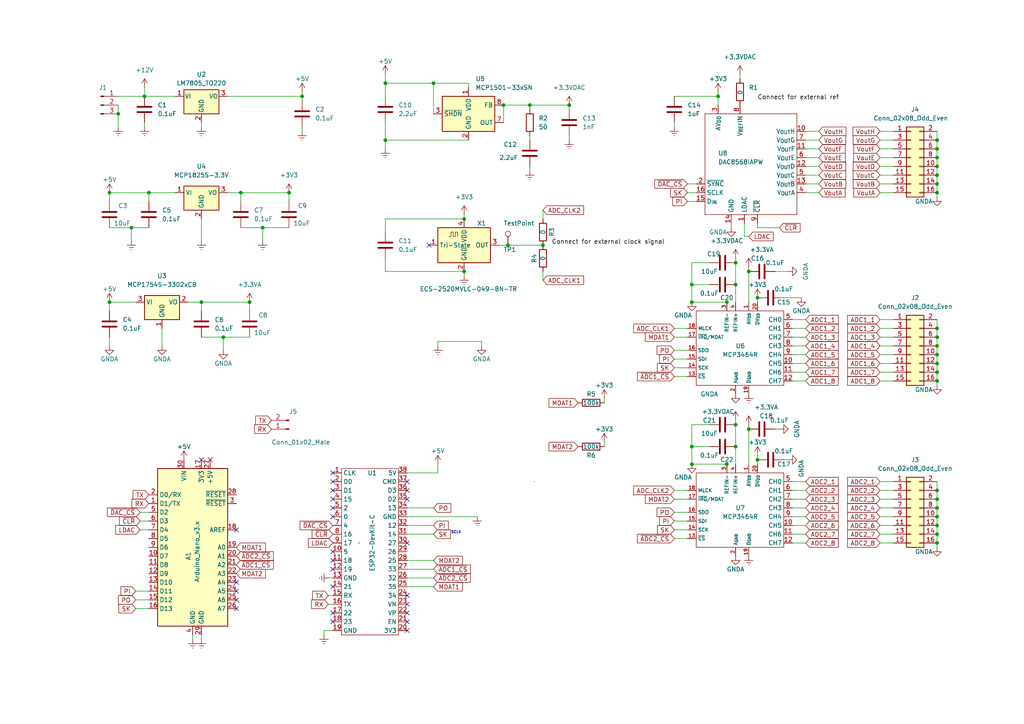
<source format=kicad_sch>
(kicad_sch (version 20211123) (generator eeschema)
  (paper "A4")
  (title_block (title "S.H.V.R.I.M.P.S.    16 channels data acquisition device") (date "2022-07-07") (rev "3"))
  (junction (at 210.82 87.63))
  (junction (at 219.71 86.36))
  (junction (at 64.77 97.79))
  (junction (at 69.85 55.88))
  (junction (at 147.32 71.12))
  (junction (at 219.71 133.35))
  (junction (at 58.42 87.63))
  (junction (at 111.76 24.13))
  (junction (at 38.1 66.04))
  (junction (at 213.36 76.2))
  (junction (at 271.78 53.34))
  (junction (at 271.78 40.64))
  (junction (at 271.78 147.32))
  (junction (at 208.28 27.94))
  (junction (at 31.75 87.63))
  (junction (at 271.78 48.26))
  (junction (at 271.78 45.72))
  (junction (at 271.78 95.25))
  (junction (at 165.1 30.48))
  (junction (at 157.48 71.12))
  (junction (at 271.78 152.4))
  (junction (at 125.73 24.13))
  (junction (at 271.78 142.24))
  (junction (at 76.2 66.04))
  (junction (at 271.78 50.8))
  (junction (at 271.78 97.79))
  (junction (at 271.78 157.48))
  (junction (at 200.66 129.54))
  (junction (at 210.82 134.62))
  (junction (at 271.78 105.41))
  (junction (at 217.17 124.46))
  (junction (at 43.18 55.88))
  (junction (at 134.62 63.5))
  (junction (at 72.39 87.63))
  (junction (at 153.67 30.48))
  (junction (at 200.66 87.63))
  (junction (at 213.36 82.55))
  (junction (at 200.66 82.55))
  (junction (at 41.91 27.94))
  (junction (at 271.78 154.94))
  (junction (at 271.78 110.49))
  (junction (at 31.75 55.88))
  (junction (at 271.78 107.95))
  (junction (at 271.78 55.88))
  (junction (at 271.78 102.87))
  (junction (at 111.76 40.64))
  (junction (at 134.62 78.74))
  (junction (at 200.66 134.62))
  (junction (at 213.36 129.54))
  (junction (at 34.29 33.02))
  (junction (at 213.36 123.19))
  (junction (at 271.78 43.18))
  (junction (at 271.78 100.33))
  (junction (at 271.78 144.78))
  (junction (at 87.63 27.94))
  (junction (at 83.82 55.88))
  (junction (at 217.17 78.74))
  (junction (at 271.78 149.86))
  (junction (at 146.05 30.48))
  (no_connect (at 68.58 153.67))
  (no_connect (at 60.96 133.35))
  (no_connect (at 58.42 133.35))
  (no_connect (at 96.52 137.16))
  (no_connect (at 96.52 142.24))
  (no_connect (at 96.52 177.8))
  (no_connect (at 96.52 180.34))
  (no_connect (at 118.11 180.34))
  (no_connect (at 118.11 177.8))
  (no_connect (at 96.52 165.1))
  (no_connect (at 96.52 160.02))
  (no_connect (at 96.52 170.18))
  (no_connect (at 96.52 162.56))
  (no_connect (at 96.52 147.32))
  (no_connect (at 96.52 149.86))
  (no_connect (at 96.52 139.7))
  (no_connect (at 96.52 144.78))
  (no_connect (at 68.58 168.91))
  (no_connect (at 68.58 173.99))
  (no_connect (at 118.11 139.7))
  (no_connect (at 118.11 142.24))
  (no_connect (at 118.11 144.78))
  (no_connect (at 68.58 176.53))
  (no_connect (at 118.11 172.72))
  (no_connect (at 118.11 175.26))
  (no_connect (at 118.11 182.88))
  (no_connect (at 124.46 71.12))
  (no_connect (at 118.11 157.48))
  (no_connect (at 68.58 171.45))
  (wire (pts (xy 259.08 92.71) (xy 255.27 92.71)))
  (wire (pts (xy 271.78 55.88) (xy 271.78 57.15)))
  (wire (pts (xy 195.58 151.13) (xy 199.39 151.13)))
  (wire (pts (xy 93.98 182.88) (xy 93.98 184.15)))
  (wire (pts (xy 229.87 97.79) (xy 233.68 97.79)))
  (wire (pts (xy 175.26 128.27) (xy 175.26 129.54)))
  (wire (pts (xy 83.82 55.88) (xy 69.85 55.88)))
  (wire (pts (xy 271.78 110.49) (xy 271.78 111.76)))
  (wire (pts (xy 229.87 110.49) (xy 233.68 110.49)))
  (wire (pts (xy 229.87 152.4) (xy 233.68 152.4)))
  (wire (pts (xy 139.7 100.33) (xy 139.7 99.06)))
  (wire (pts (xy 83.82 58.42) (xy 83.82 55.88)))
  (wire (pts (xy 200.66 87.63) (xy 210.82 87.63)))
  (wire (pts (xy 259.08 142.24) (xy 255.27 142.24)))
  (wire (pts (xy 259.08 157.48) (xy 255.27 157.48)))
  (wire (pts (xy 226.06 124.46) (xy 224.79 124.46)))
  (wire (pts (xy 233.68 38.1) (xy 237.49 38.1)))
  (wire (pts (xy 175.26 115.57) (xy 175.26 116.84)))
  (wire (pts (xy 229.87 147.32) (xy 233.68 147.32)))
  (wire (pts (xy 259.08 149.86) (xy 255.27 149.86)))
  (wire (pts (xy 125.73 24.13) (xy 125.73 33.02)))
  (wire (pts (xy 31.75 55.88) (xy 31.75 58.42)))
  (wire (pts (xy 55.88 184.15) (xy 55.88 185.42)))
  (wire (pts (xy 87.63 27.94) (xy 87.63 29.21)))
  (wire (pts (xy 87.63 26.67) (xy 87.63 27.94)))
  (wire (pts (xy 271.78 95.25) (xy 271.78 97.79)))
  (wire (pts (xy 259.08 50.8) (xy 255.27 50.8)))
  (wire (pts (xy 46.99 95.25) (xy 46.99 100.33)))
  (wire (pts (xy 31.75 87.63) (xy 31.75 90.17)))
  (wire (pts (xy 41.91 35.56) (xy 41.91 36.83)))
  (wire (pts (xy 259.08 95.25) (xy 255.27 95.25)))
  (wire (pts (xy 259.08 144.78) (xy 255.27 144.78)))
  (wire (pts (xy 271.78 102.87) (xy 271.78 105.41)))
  (wire (pts (xy 127 137.16) (xy 127 134.62)))
  (wire (pts (xy 195.58 95.25) (xy 199.39 95.25)))
  (wire (pts (xy 233.68 40.64) (xy 237.49 40.64)))
  (wire (pts (xy 271.78 97.79) (xy 271.78 100.33)))
  (wire (pts (xy 229.87 92.71) (xy 233.68 92.71)))
  (wire (pts (xy 271.78 139.7) (xy 271.78 142.24)))
  (wire (pts (xy 118.11 170.18) (xy 125.73 170.18)))
  (wire (pts (xy 69.85 55.88) (xy 66.04 55.88)))
  (wire (pts (xy 134.62 80.01) (xy 134.62 78.74)))
  (wire (pts (xy 259.08 147.32) (xy 255.27 147.32)))
  (wire (pts (xy 200.66 123.19) (xy 205.74 123.19)))
  (wire (pts (xy 135.89 24.13) (xy 125.73 24.13)))
  (wire (pts (xy 195.58 35.56) (xy 195.58 36.83)))
  (wire (pts (xy 43.18 55.88) (xy 43.18 58.42)))
  (wire (pts (xy 41.91 27.94) (xy 50.8 27.94)))
  (wire (pts (xy 271.78 38.1) (xy 271.78 40.64)))
  (wire (pts (xy 271.78 100.33) (xy 271.78 102.87)))
  (wire (pts (xy 271.78 154.94) (xy 271.78 157.48)))
  (wire (pts (xy 259.08 40.64) (xy 255.27 40.64)))
  (wire (pts (xy 259.08 97.79) (xy 255.27 97.79)))
  (wire (pts (xy 259.08 38.1) (xy 255.27 38.1)))
  (wire (pts (xy 66.04 27.94) (xy 87.63 27.94)))
  (wire (pts (xy 58.42 35.56) (xy 58.42 36.83)))
  (wire (pts (xy 259.08 110.49) (xy 255.27 110.49)))
  (wire (pts (xy 219.71 133.35) (xy 219.71 134.62)))
  (wire (pts (xy 125.73 24.13) (xy 111.76 24.13)))
  (wire (pts (xy 271.78 53.34) (xy 271.78 55.88)))
  (wire (pts (xy 69.85 66.04) (xy 76.2 66.04)))
  (wire (pts (xy 118.11 165.1) (xy 125.73 165.1)))
  (wire (pts (xy 96.52 182.88) (xy 93.98 182.88)))
  (wire (pts (xy 259.08 154.94) (xy 255.27 154.94)))
  (wire (pts (xy 34.29 33.02) (xy 34.29 36.83)))
  (wire (pts (xy 200.66 129.54) (xy 200.66 134.62)))
  (wire (pts (xy 259.08 105.41) (xy 255.27 105.41)))
  (wire (pts (xy 111.76 78.74) (xy 134.62 78.74)))
  (wire (pts (xy 153.67 48.26) (xy 153.67 49.53)))
  (wire (pts (xy 165.1 39.37) (xy 165.1 40.64)))
  (wire (pts (xy 195.58 101.6) (xy 199.39 101.6)))
  (wire (pts (xy 271.78 50.8) (xy 271.78 53.34)))
  (wire (pts (xy 200.66 82.55) (xy 200.66 87.63)))
  (wire (pts (xy 214.63 21.59) (xy 214.63 22.86)))
  (wire (pts (xy 134.62 62.23) (xy 134.62 63.5)))
  (wire (pts (xy 195.58 97.79) (xy 199.39 97.79)))
  (wire (pts (xy 259.08 48.26) (xy 255.27 48.26)))
  (wire (pts (xy 229.87 157.48) (xy 233.68 157.48)))
  (wire (pts (xy 58.42 63.5) (xy 58.42 69.85)))
  (wire (pts (xy 210.82 88.9) (xy 210.82 87.63)))
  (wire (pts (xy 229.87 154.94) (xy 233.68 154.94)))
  (wire (pts (xy 76.2 66.04) (xy 83.82 66.04)))
  (wire (pts (xy 69.85 55.88) (xy 69.85 58.42)))
  (wire (pts (xy 228.6 78.74) (xy 224.79 78.74)))
  (wire (pts (xy 219.71 86.36) (xy 219.71 87.63)))
  (wire (pts (xy 271.78 152.4) (xy 271.78 154.94)))
  (wire (pts (xy 213.36 123.19) (xy 213.36 129.54)))
  (wire (pts (xy 72.39 90.17) (xy 72.39 87.63)))
  (wire (pts (xy 213.36 129.54) (xy 213.36 134.62)))
  (wire (pts (xy 157.48 81.28) (xy 157.48 78.74)))
  (wire (pts (xy 208.28 27.94) (xy 208.28 30.48)))
  (wire (pts (xy 195.58 153.67) (xy 199.39 153.67)))
  (wire (pts (xy 259.08 45.72) (xy 255.27 45.72)))
  (wire (pts (xy 271.78 147.32) (xy 271.78 149.86)))
  (wire (pts (xy 229.87 107.95) (xy 233.68 107.95)))
  (wire (pts (xy 118.11 149.86) (xy 138.43 149.86)))
  (wire (pts (xy 58.42 184.15) (xy 58.42 185.42)))
  (wire (pts (xy 195.58 148.59) (xy 199.39 148.59)))
  (wire (pts (xy 219.71 132.08) (xy 219.71 133.35)))
  (wire (pts (xy 135.89 25.4) (xy 135.89 24.13)))
  (wire (pts (xy 210.82 135.89) (xy 210.82 134.62)))
  (wire (pts (xy 40.64 153.67) (xy 43.18 153.67)))
  (wire (pts (xy 233.68 48.26) (xy 237.49 48.26)))
  (wire (pts (xy 217.17 77.47) (xy 217.17 78.74)))
  (wire (pts (xy 146.05 30.48) (xy 146.05 35.56)))
  (wire (pts (xy 125.73 162.56) (xy 118.11 162.56)))
  (wire (pts (xy 233.68 50.8) (xy 237.49 50.8)))
  (wire (pts (xy 219.71 66.04) (xy 219.71 64.77)))
  (wire (pts (xy 153.67 31.75) (xy 153.67 30.48)))
  (wire (pts (xy 39.37 87.63) (xy 31.75 87.63)))
  (wire (pts (xy 229.87 149.86) (xy 233.68 149.86)))
  (wire (pts (xy 31.75 66.04) (xy 38.1 66.04)))
  (wire (pts (xy 259.08 107.95) (xy 255.27 107.95)))
  (wire (pts (xy 200.66 123.19) (xy 200.66 129.54)))
  (wire (pts (xy 199.39 55.88) (xy 201.93 55.88)))
  (wire (pts (xy 111.76 24.13) (xy 111.76 21.59)))
  (wire (pts (xy 217.17 78.74) (xy 217.17 87.63)))
  (wire (pts (xy 111.76 67.31) (xy 111.76 63.5)))
  (wire (pts (xy 229.87 105.41) (xy 233.68 105.41)))
  (wire (pts (xy 58.42 87.63) (xy 54.61 87.63)))
  (wire (pts (xy 127 99.06) (xy 127 100.33)))
  (wire (pts (xy 200.66 76.2) (xy 200.66 82.55)))
  (wire (pts (xy 271.78 48.26) (xy 271.78 50.8)))
  (wire (pts (xy 195.58 27.94) (xy 208.28 27.94)))
  (wire (pts (xy 87.63 36.83) (xy 87.63 38.1)))
  (wire (pts (xy 38.1 66.04) (xy 38.1 69.85)))
  (wire (pts (xy 153.67 39.37) (xy 153.67 40.64)))
  (wire (pts (xy 271.78 45.72) (xy 271.78 48.26)))
  (wire (pts (xy 229.87 100.33) (xy 233.68 100.33)))
  (wire (pts (xy 259.08 53.34) (xy 255.27 53.34)))
  (wire (pts (xy 213.36 74.93) (xy 213.36 76.2)))
  (wire (pts (xy 147.32 71.12) (xy 157.48 71.12)))
  (wire (pts (xy 39.37 171.45) (xy 43.18 171.45)))
  (wire (pts (xy 226.06 66.04) (xy 219.71 66.04)))
  (wire (pts (xy 208.28 26.67) (xy 208.28 27.94)))
  (wire (pts (xy 233.68 43.18) (xy 237.49 43.18)))
  (wire (pts (xy 229.87 95.25) (xy 233.68 95.25)))
  (wire (pts (xy 111.76 43.18) (xy 111.76 40.64)))
  (wire (pts (xy 111.76 63.5) (xy 134.62 63.5)))
  (wire (pts (xy 111.76 24.13) (xy 111.76 27.94)))
  (wire (pts (xy 118.11 147.32) (xy 125.73 147.32)))
  (wire (pts (xy 118.11 154.94) (xy 125.73 154.94)))
  (wire (pts (xy 200.66 134.62) (xy 210.82 134.62)))
  (wire (pts (xy 144.78 71.12) (xy 147.32 71.12)))
  (wire (pts (xy 41.91 25.4) (xy 41.91 27.94)))
  (wire (pts (xy 271.78 40.64) (xy 271.78 43.18)))
  (wire (pts (xy 259.08 102.87) (xy 255.27 102.87)))
  (wire (pts (xy 38.1 66.04) (xy 43.18 66.04)))
  (wire (pts (xy 233.68 55.88) (xy 237.49 55.88)))
  (wire (pts (xy 229.87 144.78) (xy 233.68 144.78)))
  (wire (pts (xy 76.2 66.04) (xy 76.2 69.85)))
  (wire (pts (xy 31.75 97.79) (xy 31.75 100.33)))
  (wire (pts (xy 271.78 149.86) (xy 271.78 152.4)))
  (wire (pts (xy 39.37 173.99) (xy 43.18 173.99)))
  (wire (pts (xy 95.25 172.72) (xy 96.52 172.72)))
  (wire (pts (xy 95.25 167.64) (xy 96.52 167.64)))
  (wire (pts (xy 200.66 82.55) (xy 205.74 82.55)))
  (wire (pts (xy 217.17 124.46) (xy 217.17 134.62)))
  (wire (pts (xy 34.29 30.48) (xy 34.29 33.02)))
  (wire (pts (xy 271.78 157.48) (xy 271.78 158.75)))
  (wire (pts (xy 199.39 53.34) (xy 201.93 53.34)))
  (wire (pts (xy 34.29 27.94) (xy 41.91 27.94)))
  (wire (pts (xy 118.11 167.64) (xy 125.73 167.64)))
  (wire (pts (xy 111.76 40.64) (xy 111.76 35.56)))
  (wire (pts (xy 271.78 144.78) (xy 271.78 147.32)))
  (wire (pts (xy 118.11 137.16) (xy 127 137.16)))
  (wire (pts (xy 271.78 92.71) (xy 271.78 95.25)))
  (wire (pts (xy 195.58 106.68) (xy 199.39 106.68)))
  (wire (pts (xy 259.08 55.88) (xy 255.27 55.88)))
  (wire (pts (xy 58.42 87.63) (xy 58.42 90.17)))
  (wire (pts (xy 39.37 176.53) (xy 43.18 176.53)))
  (wire (pts (xy 229.87 139.7) (xy 233.68 139.7)))
  (wire (pts (xy 199.39 58.42) (xy 201.93 58.42)))
  (wire (pts (xy 271.78 107.95) (xy 271.78 110.49)))
  (wire (pts (xy 200.66 129.54) (xy 205.74 129.54)))
  (wire (pts (xy 195.58 109.22) (xy 199.39 109.22)))
  (wire (pts (xy 212.09 64.77) (xy 212.09 66.04)))
  (wire (pts (xy 64.77 97.79) (xy 64.77 101.6)))
  (wire (pts (xy 135.89 40.64) (xy 111.76 40.64)))
  (wire (pts (xy 195.58 104.14) (xy 199.39 104.14)))
  (wire (pts (xy 233.68 45.72) (xy 237.49 45.72)))
  (wire (pts (xy 259.08 43.18) (xy 255.27 43.18)))
  (wire (pts (xy 50.8 55.88) (xy 43.18 55.88)))
  (wire (pts (xy 271.78 142.24) (xy 271.78 144.78)))
  (wire (pts (xy 271.78 43.18) (xy 271.78 45.72)))
  (wire (pts (xy 195.58 142.24) (xy 199.39 142.24)))
  (wire (pts (xy 153.67 30.48) (xy 165.1 30.48)))
  (wire (pts (xy 259.08 152.4) (xy 255.27 152.4)))
  (wire (pts (xy 95.25 175.26) (xy 96.52 175.26)))
  (wire (pts (xy 215.9 68.58) (xy 217.17 68.58)))
  (wire (pts (xy 229.87 142.24) (xy 233.68 142.24)))
  (wire (pts (xy 118.11 152.4) (xy 125.73 152.4)))
  (wire (pts (xy 233.68 53.34) (xy 237.49 53.34)))
  (wire (pts (xy 271.78 105.41) (xy 271.78 107.95)))
  (wire (pts (xy 217.17 123.19) (xy 217.17 124.46)))
  (wire (pts (xy 111.76 74.93) (xy 111.76 78.74)))
  (wire (pts (xy 195.58 156.21) (xy 199.39 156.21)))
  (wire (pts (xy 229.87 102.87) (xy 233.68 102.87)))
  (wire (pts (xy 58.42 97.79) (xy 64.77 97.79)))
  (wire (pts (xy 213.36 121.92) (xy 213.36 123.19)))
  (wire (pts (xy 72.39 87.63) (xy 58.42 87.63)))
  (wire (pts (xy 127 99.06) (xy 139.7 99.06)))
  (wire (pts (xy 165.1 30.48) (xy 165.1 31.75)))
  (wire (pts (xy 157.48 60.96) (xy 157.48 63.5)))
  (wire (pts (xy 40.64 148.59) (xy 43.18 148.59)))
  (wire (pts (xy 64.77 97.79) (xy 72.39 97.79)))
  (wire (pts (xy 153.67 30.48) (xy 146.05 30.48)))
  (wire (pts (xy 43.18 55.88) (xy 31.75 55.88)))
  (wire (pts (xy 228.6 133.35) (xy 227.33 133.35)))
  (wire (pts (xy 227.33 86.36) (xy 232.41 86.36)))
  (wire (pts (xy 259.08 139.7) (xy 255.27 139.7)))
  (wire (pts (xy 213.36 76.2) (xy 213.36 82.55)))
  (wire (pts (xy 195.58 144.78) (xy 199.39 144.78)))
  (wire (pts (xy 213.36 82.55) (xy 213.36 87.63)))
  (wire (pts (xy 215.9 64.77) (xy 215.9 68.58)))
  (wire (pts (xy 259.08 100.33) (xy 255.27 100.33)))
  (wire (pts (xy 200.66 76.2) (xy 205.74 76.2)))
  (wire (pts (xy 40.64 151.13) (xy 43.18 151.13)))
  (text "SCLK" (at 130.81 154.94 0) (effects (font (size 0.762 0.762)) (justify left bottom)))
  (label "Connect for external ref" (at 219.71 29.21 0))
  (label "Connect for external clock signal " (at 160.02 71.12 0))
  (global_label "PI" (shape input) (at 39.37 171.45 180) (property "Intersheet References" "${INTERSHEET_REFS}" (effects hide)))
  (global_label "ADC2_7" (shape input) (at 233.68 154.94 0) (property "Intersheet References" "${INTERSHEET_REFS}" (effects hide)))
  (global_label "PI" (shape input) (at 199.39 58.42 180) (property "Intersheet References" "${INTERSHEET_REFS}" (effects hide)))
  (global_label "ADC_CLK1" (shape input) (at 157.48 81.28 0) (property "Intersheet References" "${INTERSHEET_REFS}" (effects hide)))
  (global_label "SK" (shape input) (at 195.58 153.67 180) (property "Intersheet References" "${INTERSHEET_REFS}" (effects hide)))
  (global_label "MDAT2" (shape input) (at 167.64 129.54 180) (property "Intersheet References" "${INTERSHEET_REFS}" (effects hide)))
  (global_label "ADC1_2" (shape input) (at 255.27 95.25 180) (property "Intersheet References" "${INTERSHEET_REFS}" (effects hide)))
  (global_label "~{ADC2_CS}" (shape input) (at 125.73 167.64 0) (property "Intersheet References" "${INTERSHEET_REFS}" (effects hide)))
  (global_label "VoutD" (shape input) (at 255.27 48.26 180) (property "Intersheet References" "${INTERSHEET_REFS}" (effects hide)))
  (global_label "PI" (shape input) (at 195.58 104.14 180) (property "Intersheet References" "${INTERSHEET_REFS}" (effects hide)))
  (global_label "SK" (shape input) (at 199.39 55.88 180) (property "Intersheet References" "${INTERSHEET_REFS}" (effects hide)))
  (global_label "ADC2_1" (shape input) (at 255.27 139.7 180) (property "Intersheet References" "${INTERSHEET_REFS}" (effects hide)))
  (global_label "SK" (shape input) (at 125.73 154.94 0) (property "Intersheet References" "${INTERSHEET_REFS}" (effects hide)))
  (global_label "MDAT1" (shape input) (at 167.64 116.84 180) (property "Intersheet References" "${INTERSHEET_REFS}" (effects hide)))
  (global_label "ADC1_2" (shape input) (at 233.68 95.25 0) (property "Intersheet References" "${INTERSHEET_REFS}" (effects hide)))
  (global_label "VoutH" (shape input) (at 237.49 38.1 0) (property "Intersheet References" "${INTERSHEET_REFS}" (effects hide)))
  (global_label "ADC1_7" (shape input) (at 233.68 107.95 0) (property "Intersheet References" "${INTERSHEET_REFS}" (effects hide)))
  (global_label "~{DAC_CS}" (shape input) (at 199.39 53.34 180) (property "Intersheet References" "${INTERSHEET_REFS}" (effects hide)))
  (global_label "PO" (shape input) (at 195.58 101.6 180) (property "Intersheet References" "${INTERSHEET_REFS}" (effects hide)))
  (global_label "ADC2_3" (shape input) (at 233.68 144.78 0) (property "Intersheet References" "${INTERSHEET_REFS}" (effects hide)))
  (global_label "ADC1_5" (shape input) (at 255.27 102.87 180) (property "Intersheet References" "${INTERSHEET_REFS}" (effects hide)))
  (global_label "~{ADC2_CS}" (shape input) (at 68.58 161.29 0) (property "Intersheet References" "${INTERSHEET_REFS}" (effects hide)))
  (global_label "ADC2_4" (shape input) (at 233.68 147.32 0) (property "Intersheet References" "${INTERSHEET_REFS}" (effects hide)))
  (global_label "ADC2_7" (shape input) (at 255.27 154.94 180) (property "Intersheet References" "${INTERSHEET_REFS}" (effects hide)))
  (global_label "ADC2_6" (shape input) (at 255.27 152.4 180) (property "Intersheet References" "${INTERSHEET_REFS}" (effects hide)))
  (global_label "ADC1_6" (shape input) (at 233.68 105.41 0) (property "Intersheet References" "${INTERSHEET_REFS}" (effects hide)))
  (global_label "ADC_CLK1" (shape input) (at 195.58 95.25 180) (property "Intersheet References" "${INTERSHEET_REFS}" (effects hide)))
  (global_label "~{DAC_CS}" (shape input) (at 96.52 152.4 180) (property "Intersheet References" "${INTERSHEET_REFS}" (effects hide)))
  (global_label "~{DAC_CS}" (shape input) (at 40.64 148.59 180) (property "Intersheet References" "${INTERSHEET_REFS}" (effects hide)))
  (global_label "ADC1_8" (shape input) (at 233.68 110.49 0) (property "Intersheet References" "${INTERSHEET_REFS}" (effects hide)))
  (global_label "ADC2_2" (shape input) (at 233.68 142.24 0) (property "Intersheet References" "${INTERSHEET_REFS}" (effects hide)))
  (global_label "MDAT2" (shape input) (at 125.73 162.56 0) (property "Intersheet References" "${INTERSHEET_REFS}" (effects hide)))
  (global_label "RX" (shape input) (at 43.18 146.05 180) (property "Intersheet References" "${INTERSHEET_REFS}" (effects hide)))
  (global_label "MDAT1" (shape input) (at 125.73 170.18 0) (property "Intersheet References" "${INTERSHEET_REFS}" (effects hide)))
  (global_label "TX" (shape input) (at 43.18 143.51 180) (property "Intersheet References" "${INTERSHEET_REFS}" (effects hide)))
  (global_label "SK" (shape input) (at 195.58 106.68 180) (property "Intersheet References" "${INTERSHEET_REFS}" (effects hide)))
  (global_label "~{ADC2_CS}" (shape input) (at 195.58 156.21 180) (property "Intersheet References" "${INTERSHEET_REFS}" (effects hide)))
  (global_label "ADC1_1" (shape input) (at 255.27 92.71 180) (property "Intersheet References" "${INTERSHEET_REFS}" (effects hide)))
  (global_label "VoutD" (shape input) (at 237.49 48.26 0) (property "Intersheet References" "${INTERSHEET_REFS}" (effects hide)))
  (global_label "ADC2_5" (shape input) (at 233.68 149.86 0) (property "Intersheet References" "${INTERSHEET_REFS}" (effects hide)))
  (global_label "ADC2_4" (shape input) (at 255.27 147.32 180) (property "Intersheet References" "${INTERSHEET_REFS}" (effects hide)))
  (global_label "VoutF" (shape input) (at 255.27 43.18 180) (property "Intersheet References" "${INTERSHEET_REFS}" (effects hide)))
  (global_label "ADC1_3" (shape input) (at 255.27 97.79 180) (property "Intersheet References" "${INTERSHEET_REFS}" (effects hide)))
  (global_label "MDAT1" (shape input) (at 195.58 97.79 180) (property "Intersheet References" "${INTERSHEET_REFS}" (effects hide)))
  (global_label "VoutA" (shape input) (at 237.49 55.88 0) (property "Intersheet References" "${INTERSHEET_REFS}" (effects hide)))
  (global_label "ADC2_8" (shape input) (at 233.68 157.48 0) (property "Intersheet References" "${INTERSHEET_REFS}" (effects hide)))
  (global_label "ADC1_4" (shape input) (at 233.68 100.33 0) (property "Intersheet References" "${INTERSHEET_REFS}" (effects hide)))
  (global_label "~{CLR}" (shape input) (at 40.64 151.13 180) (property "Intersheet References" "${INTERSHEET_REFS}" (effects hide)))
  (global_label "PI" (shape input) (at 195.58 151.13 180) (property "Intersheet References" "${INTERSHEET_REFS}" (effects hide)))
  (global_label "RX" (shape input) (at 95.25 175.26 180) (property "Intersheet References" "${INTERSHEET_REFS}" (effects hide)))
  (global_label "VoutB" (shape input) (at 255.27 53.34 180) (property "Intersheet References" "${INTERSHEET_REFS}" (effects hide)))
  (global_label "ADC1_7" (shape input) (at 255.27 107.95 180) (property "Intersheet References" "${INTERSHEET_REFS}" (effects hide)))
  (global_label "ADC1_8" (shape input) (at 255.27 110.49 180) (property "Intersheet References" "${INTERSHEET_REFS}" (effects hide)))
  (global_label "~{ADC1_CS}" (shape input) (at 195.58 109.22 180) (property "Intersheet References" "${INTERSHEET_REFS}" (effects hide)))
  (global_label "PO" (shape input) (at 125.73 147.32 0) (property "Intersheet References" "${INTERSHEET_REFS}" (effects hide)))
  (global_label "~{ADC1_CS}" (shape input) (at 125.73 165.1 0) (property "Intersheet References" "${INTERSHEET_REFS}" (effects hide)))
  (global_label "~{CLR}" (shape input) (at 226.06 66.04 0) (property "Intersheet References" "${INTERSHEET_REFS}" (effects hide)))
  (global_label "VoutC" (shape input) (at 255.27 50.8 180) (property "Intersheet References" "${INTERSHEET_REFS}" (effects hide)))
  (global_label "VoutG" (shape input) (at 237.49 40.64 0) (property "Intersheet References" "${INTERSHEET_REFS}" (effects hide)))
  (global_label "ADC2_8" (shape input) (at 255.27 157.48 180) (property "Intersheet References" "${INTERSHEET_REFS}" (effects hide)))
  (global_label "ADC_CLK2" (shape input) (at 195.58 142.24 180) (property "Intersheet References" "${INTERSHEET_REFS}" (effects hide)))
  (global_label "VoutG" (shape input) (at 255.27 40.64 180) (property "Intersheet References" "${INTERSHEET_REFS}" (effects hide)))
  (global_label "MDAT2" (shape input) (at 195.58 144.78 180) (property "Intersheet References" "${INTERSHEET_REFS}" (effects hide)))
  (global_label "VoutE" (shape input) (at 237.49 45.72 0) (property "Intersheet References" "${INTERSHEET_REFS}" (effects hide)))
  (global_label "VoutA" (shape input) (at 255.27 55.88 180) (property "Intersheet References" "${INTERSHEET_REFS}" (effects hide)))
  (global_label "ADC1_6" (shape input) (at 255.27 105.41 180) (property "Intersheet References" "${INTERSHEET_REFS}" (effects hide)))
  (global_label "ADC2_3" (shape input) (at 255.27 144.78 180) (property "Intersheet References" "${INTERSHEET_REFS}" (effects hide)))
  (global_label "TX" (shape input) (at 95.25 172.72 180) (property "Intersheet References" "${INTERSHEET_REFS}" (effects hide)))
  (global_label "ADC1_3" (shape input) (at 233.68 97.79 0) (property "Intersheet References" "${INTERSHEET_REFS}" (effects hide)))
  (global_label "ADC2_1" (shape input) (at 233.68 139.7 0) (property "Intersheet References" "${INTERSHEET_REFS}" (effects hide)))
  (global_label "ADC1_1" (shape input) (at 233.68 92.71 0) (property "Intersheet References" "${INTERSHEET_REFS}" (effects hide)))
  (global_label "SK" (shape input) (at 39.37 176.53 180) (property "Intersheet References" "${INTERSHEET_REFS}" (effects hide)))
  (global_label "RX" (shape input) (at 78.74 124.46 180) (property "Intersheet References" "${INTERSHEET_REFS}" (effects hide)))
  (global_label "MDAT2" (shape input) (at 68.58 166.37 0) (property "Intersheet References" "${INTERSHEET_REFS}" (effects hide)))
  (global_label "ADC2_2" (shape input) (at 255.27 142.24 180) (property "Intersheet References" "${INTERSHEET_REFS}" (effects hide)))
  (global_label "ADC2_6" (shape input) (at 233.68 152.4 0) (property "Intersheet References" "${INTERSHEET_REFS}" (effects hide)))
  (global_label "LDAC" (shape input) (at 40.64 153.67 180) (property "Intersheet References" "${INTERSHEET_REFS}" (effects hide)))
  (global_label "LDAC" (shape input) (at 96.52 157.48 180) (property "Intersheet References" "${INTERSHEET_REFS}" (effects hide)))
  (global_label "ADC1_5" (shape input) (at 233.68 102.87 0) (property "Intersheet References" "${INTERSHEET_REFS}" (effects hide)))
  (global_label "PI" (shape input) (at 125.73 152.4 0) (property "Intersheet References" "${INTERSHEET_REFS}" (effects hide)))
  (global_label "PO" (shape input) (at 39.37 173.99 180) (property "Intersheet References" "${INTERSHEET_REFS}" (effects hide)))
  (global_label "ADC2_5" (shape input) (at 255.27 149.86 180) (property "Intersheet References" "${INTERSHEET_REFS}" (effects hide)))
  (global_label "VoutF" (shape input) (at 237.49 43.18 0) (property "Intersheet References" "${INTERSHEET_REFS}" (effects hide)))
  (global_label "PO" (shape input) (at 195.58 148.59 180) (property "Intersheet References" "${INTERSHEET_REFS}" (effects hide)))
  (global_label "VoutH" (shape input) (at 255.27 38.1 180) (property "Intersheet References" "${INTERSHEET_REFS}" (effects hide)))
  (global_label "~{ADC1_CS}" (shape input) (at 68.58 163.83 0) (property "Intersheet References" "${INTERSHEET_REFS}" (effects hide)))
  (global_label "VoutC" (shape input) (at 237.49 50.8 0) (property "Intersheet References" "${INTERSHEET_REFS}" (effects hide)))
  (global_label "MDAT1" (shape input) (at 68.58 158.75 0) (property "Intersheet References" "${INTERSHEET_REFS}" (effects hide)))
  (global_label "~{CLR}" (shape input) (at 96.52 154.94 180) (property "Intersheet References" "${INTERSHEET_REFS}" (effects hide)))
  (global_label "LDAC" (shape input) (at 217.17 68.58 0) (property "Intersheet References" "${INTERSHEET_REFS}" (effects hide)))
  (global_label "ADC_CLK2" (shape input) (at 157.48 60.96 0) (property "Intersheet References" "${INTERSHEET_REFS}" (effects hide)))
  (global_label "TX" (shape input) (at 78.74 121.92 180) (property "Intersheet References" "${INTERSHEET_REFS}" (effects hide)))
  (global_label "ADC1_4" (shape input) (at 255.27 100.33 180) (property "Intersheet References" "${INTERSHEET_REFS}" (effects hide)))
  (global_label "VoutB" (shape input) (at 237.49 53.34 0) (property "Intersheet References" "${INTERSHEET_REFS}" (effects hide)))
  (global_label "VoutE" (shape input) (at 255.27 45.72 180) (property "Intersheet References" "${INTERSHEET_REFS}" (effects hide)))
  (symbol (lib_id "power:+3.3VDAC") (at 213.36 121.92 0) (unit 1)
    (property "Reference" "#PWR0115" (effects hide))
    (property "Value" "+3.3VDAC" (at 208.28 119.38 0))
  )
  (symbol (lib_id "power:Earth") (at 217.17 114.3 0) (unit 1)
    (property "Reference" "#PWR039" (effects hide))
    (property "Value" "Earth" (effects hide))
  )
  (symbol (lib_id "power:+3.3V") (at 219.71 132.08 0) (unit 1)
    (property "Reference" "#PWR0102" (effects hide))
    (property "Value" "+3.3V" (at 219.71 128.27 0))
  )
  (symbol (lib_id "MCU_Module:Arduino_Nano_v3.x") (at 55.88 158.75 0) (unit 1)
    (property "Reference" "A1" (at 54.61 162.56 90) (effects (justify left)))
    (property "Value" "Arduino_Nano_v3.x" (at 57.15 168.91 90) (effects (justify left)))
    (property "Footprint" "Module:Arduino_Nano" (effects hide))
    (property "Datasheet" "http://www.mouser.com/pdfdocs/Gravitech_Arduino_Nano3_0.pdf" (effects hide))
  )
  (symbol (lib_id "power:GNDA") (at 212.09 66.04 0) (unit 1)
    (property "Reference" "#PWR0101" (effects hide))
    (property "Value" "GNDA" (at 208.28 67.31 0))
  )
  (symbol (lib_id "power:+3.3VA") (at 217.17 77.47 0) (unit 1)
    (property "Reference" "#PWR038" (effects hide))
    (property "Value" "+3.3VA" (at 220.98 72.39 0))
  )
  (symbol (lib_id "power:+3.3V") (at 134.62 62.23 0) (unit 1)
    (property "Reference" "#PWR027" (effects hide))
    (property "Value" "+3.3V" (at 134.62 57.15 0))
  )
  (symbol (lib_id "power:GNDA") (at 228.6 78.74 90) (unit 1)
    (property "Reference" "#PWR0107" (effects hide))
    (property "Value" "GNDA" (at 233.68 78.74 0))
  )
  (symbol (lib_id "power:+3.3VDAC") (at 165.1 30.48 0) (unit 1)
    (property "Reference" "#PWR030" (effects hide))
    (property "Value" "+3.3VDAC" (at 165.1 25.4 0))
  )
  (symbol (lib_id "power:+12V") (at 41.91 25.4 0) (unit 1)
    (property "Reference" "#PWR06" (effects hide))
    (property "Value" "+12V" (at 41.91 20.32 0))
  )
  (symbol (lib_id "power:Earth") (at 38.1 69.85 0) (unit 1)
    (property "Reference" "#PWR012" (effects hide))
    (property "Value" "Earth" (effects hide))
  )
  (symbol (lib_id "Device:R") (at 157.48 67.31 0) (unit 1)
    (property "Reference" "R3" (at 160.02 67.31 90))
    (property "Value" "0" (at 157.48 67.31 90))
    (property "Footprint" "Resistor_SMD:R_0805_2012Metric_Pad1.20x1.40mm_HandSolder" (effects hide))
  )
  (symbol (lib_id "Device:C") (at 153.67 44.45 0) (unit 1)
    (property "Reference" "C12" (at 146.05 41.91 0) (effects (justify left)))
    (property "Value" "2.2uF" (at 144.78 45.72 0) (effects (justify left)))
    (property "Footprint" "Capacitor_SMD:C_0805_2012Metric_Pad1.18x1.45mm_HandSolder" (effects hide))
  )
  (symbol (lib_id "Connector:Conn_01x03_Male") (at 29.21 30.48 0) (unit 1)
    (property "Reference" "J1" (at 29.845 25.4 0))
    (property "Value" "Conn_01x03_Male" (effects hide))
    (property "Footprint" "Connector_PinSocket_2.54mm:PinSocket_1x03_P2.54mm_Vertical" (effects hide))
  )
  (symbol (lib_id "Device:C") (at 111.76 31.75 0) (unit 1)
    (property "Reference" "C10" (at 115.57 30.4799 0) (effects (justify left)))
    (property "Value" "2.2uF" (at 115.57 33.0199 0) (effects (justify left)))
    (property "Footprint" "Capacitor_SMD:C_0805_2012Metric_Pad1.18x1.45mm_HandSolder" (effects hide))
  )
  (symbol (lib_id "Connector:TestPoint") (at 147.32 71.12 0) (unit 1)
    (property "Reference" "TP1" (at 146.05 72.39 0) (effects (justify left)))
    (property "Value" "TestPoint" (at 146.05 64.77 0) (effects (justify left)))
    (property "Footprint" "Connector_PinHeader_2.54mm:PinHeader_1x01_P2.54mm_Vertical" (effects hide))
  )
  (symbol (lib_id "Regulator_Linear:LM7805_TO220") (at 58.42 27.94 0) (unit 1)
    (property "Reference" "U2" (at 58.42 21.59 0))
    (property "Value" "LM7805_TO220" (at 58.42 24.13 0))
    (property "Footprint" "Package_TO_SOT_THT:TO-220-3_Vertical" (effects hide))
    (property "Datasheet" "https://www.onsemi.cn/PowerSolutions/document/MC7800-D.PDF" (effects hide))
  )
  (symbol (lib_id "power:+3.3VDAC") (at 213.36 74.93 0) (unit 1)
    (property "Reference" "#PWR034" (effects hide))
    (property "Value" "+3.3VDAC" (at 210.82 69.85 0))
  )
  (symbol (lib_id "power:+5V") (at 127 134.62 0) (unit 1)
    (property "Reference" "#PWR04" (effects hide))
    (property "Value" "+5V" (at 127 130.81 0))
  )
  (symbol (lib_id "power:GNDA") (at 213.36 114.3 0) (unit 1)
    (property "Reference" "#PWR035" (effects hide))
    (property "Value" "GNDA" (at 205.74 114.3 0))
  )
  (symbol (lib_id "power:+5V") (at 31.75 87.63 0) (unit 1)
    (property "Reference" "#PWR013" (effects hide))
    (property "Value" "+5V" (at 31.75 83.82 0))
  )
  (symbol (lib_id "power:+5V") (at 31.75 55.88 0) (unit 1)
    (property "Reference" "#PWR011" (effects hide))
    (property "Value" "+5V" (at 31.75 52.07 0))
  )
  (symbol (lib_id "power:Earth") (at 153.67 49.53 0) (unit 1)
    (property "Reference" "#PWR029" (effects hide))
    (property "Value" "Earth" (effects hide))
  )
  (symbol (lib_id "power:GNDA") (at 200.66 134.62 0) (unit 1)
    (property "Reference" "#PWR0114" (effects hide))
    (property "Value" "GNDA" (at 198.12 138.43 0))
  )
  (symbol (lib_id "power:+5V") (at 87.63 26.67 0) (unit 1)
    (property "Reference" "#PWR09" (effects hide))
    (property "Value" "+5V" (at 87.63 22.86 0))
  )
  (symbol (lib_id "Device:C") (at 111.76 71.12 0) (unit 1)
    (property "Reference" "C11" (at 115.57 69.8499 0) (effects (justify left)))
    (property "Value" "0.1uF" (at 115.57 72.3899 0) (effects (justify left)))
    (property "Footprint" "Capacitor_SMD:C_0805_2012Metric_Pad1.18x1.45mm_HandSolder" (effects hide))
  )
  (symbol (lib_id "Device:R") (at 157.48 74.93 180) (unit 1)
    (property "Reference" "R4" (at 154.94 74.93 90))
    (property "Value" "0" (at 157.48 74.93 90))
    (property "Footprint" "Resistor_SMD:R_0805_2012Metric_Pad1.20x1.40mm_HandSolder" (effects hide))
  )
  (symbol (lib_id "Regulator_Linear:MCP1825S") (at 58.42 55.88 0) (unit 1)
    (property "Reference" "U4" (at 58.42 48.26 0))
    (property "Value" "MCP1825S-3.3V" (at 58.42 50.8 0))
    (property "Footprint" "Package_TO_SOT_SMD:SOT-223-3_TabPin2" (effects hide))
    (property "Datasheet" "http://ww1.microchip.com/downloads/en/devicedoc/22056b.pdf" (effects hide))
  )
  (symbol (lib_id "Device:C") (at 209.55 129.54 270) (unit 1)
    (property "Reference" "C22" (at 210.82 133.35 90))
    (property "Value" "0.1uF" (at 205.74 132.08 90))
    (property "Footprint" "Capacitor_SMD:C_0805_2012Metric_Pad1.18x1.45mm_HandSolder" (effects hide))
  )
  (symbol (lib_id "Device:C") (at 31.75 93.98 0) (unit 1)
    (property "Reference" "C4" (at 35.56 92.7099 0) (effects (justify left)))
    (property "Value" "0.1uF" (at 35.56 95.2499 0) (effects (justify left)))
    (property "Footprint" "Capacitor_SMD:C_0805_2012Metric_Pad1.18x1.45mm_HandSolder" (effects hide))
  )
  (symbol (lib_id "power:Earth") (at 138.43 149.86 0) (unit 1)
    (property "Reference" "#PWR05" (effects hide))
    (property "Value" "Earth" (effects hide))
  )
  (symbol (lib_id "power:Earth") (at 58.42 185.42 0) (unit 1)
    (property "Reference" "#PWR0112" (effects hide))
    (property "Value" "Earth" (effects hide))
  )
  (symbol (lib_id "power:+3.3VA") (at 217.17 123.19 0) (unit 1)
    (property "Reference" "#PWR0103" (effects hide))
    (property "Value" "+3.3VA" (at 222.25 118.11 0))
  )
  (symbol (lib_id "Device:C") (at 83.82 62.23 0) (unit 1)
    (property "Reference" "C9" (at 86.36 59.69 0) (effects (justify left)))
    (property "Value" "10uF" (at 85.09 64.77 0) (effects (justify left)))
    (property "Footprint" "Capacitor_SMD:C_0805_2012Metric_Pad1.18x1.45mm_HandSolder" (effects hide))
  )
  (symbol (lib_id "power:GNDA") (at 200.66 87.63 0) (unit 1)
    (property "Reference" "#PWR033" (effects hide))
    (property "Value" "GNDA" (at 198.12 91.44 0))
  )
  (symbol (lib_id "power:+5V") (at 53.34 133.35 0) (unit 1)
    (property "Reference" "#PWR0111" (effects hide))
    (property "Value" "+5V" (at 53.34 129.54 0))
  )
  (symbol (lib_id "power:Earth") (at 93.98 184.15 0) (unit 1)
    (property "Reference" "#PWR02" (effects hide))
    (property "Value" "Earth" (effects hide))
  )
  (symbol (lib_id "power:GNDA") (at 64.77 101.6 0) (unit 1)
    (property "Reference" "#PWR019" (effects hide))
    (property "Value" "GNDA" (at 64.77 105.41 0))
  )
  (symbol (lib_id "Connector_Generic:Conn_02x08_Odd_Even") (at 264.16 100.33 0) (unit 1)
    (property "Reference" "J2" (at 265.43 86.36 0))
    (property "Value" "Conn_02x08_Odd_Even" (at 265.43 88.9 0))
    (property "Footprint" "Connector_PinSocket_2.54mm:PinSocket_2x08_P2.54mm_Vertical" (effects hide))
  )
  (symbol (lib_id "power:GNDA") (at 271.78 158.75 0) (unit 1)
    (property "Reference" "#PWR0110" (effects hide))
    (property "Value" "GNDA" (at 267.97 160.02 0))
  )
  (symbol (lib_id "Connector_Generic:Conn_02x08_Odd_Even") (at 264.16 45.72 0) (unit 1)
    (property "Reference" "J4" (at 265.43 31.75 0))
    (property "Value" "Conn_02x08_Odd_Even" (at 264.16 34.29 0))
    (property "Footprint" "Connector_PinSocket_2.54mm:PinSocket_2x08_P2.54mm_Vertical" (effects hide))
  )
  (symbol (lib_id "Device:C") (at 195.58 31.75 0) (unit 1)
    (property "Reference" "C14" (at 199.39 30.4799 0) (effects (justify left)))
    (property "Value" "1uF" (at 199.39 33.0199 0) (effects (justify left)))
    (property "Footprint" "Capacitor_SMD:C_0805_2012Metric_Pad1.18x1.45mm_HandSolder" (effects hide))
  )
  (symbol (lib_id "power:GNDA") (at 139.7 100.33 0) (unit 1)
    (property "Reference" "#PWR018" (effects hide))
    (property "Value" "GNDA" (at 139.7 104.14 0))
  )
  (symbol (lib_id "design:ESP32-DevKit-C") (at 110.49 162.56 0) (unit 1)
    (property "Reference" "U1" (at 107.95 137.16 0))
    (property "Value" "ESP32-DevKit-C" (at 107.95 157.48 90))
    (property "Footprint" "Library:ESP32-devkitC-v4" (effects hide))
  )
  (symbol (lib_id "Connector:Conn_01x02_Male") (at 83.82 124.46 180) (unit 1)
    (property "Reference" "J5" (at 83.82 119.38 0) (effects (justify right)))
    (property "Value" "Conn_01x02_Male" (at 78.74 128.27 0) (effects (justify right)))
    (property "Footprint" "Connector_PinSocket_2.54mm:PinSocket_1x02_P2.54mm_Vertical" (effects hide))
  )
  (symbol (lib_id "Device:C") (at 220.98 124.46 90) (unit 1)
    (property "Reference" "C18" (at 222.25 120.65 90))
    (property "Value" "0.1uF" (at 226.06 121.92 90))
    (property "Footprint" "Capacitor_SMD:C_0805_2012Metric_Pad1.18x1.45mm_HandSolder" (effects hide))
  )
  (symbol (lib_id "Device:C") (at 209.55 76.2 270) (unit 1)
    (property "Reference" "C19" (at 207.01 73.66 90))
    (property "Value" "10uF" (at 205.74 78.74 90))
    (property "Footprint" "Capacitor_SMD:C_0805_2012Metric_Pad1.18x1.45mm_HandSolder" (effects hide))
  )
  (symbol (lib_id "Device:C") (at 165.1 35.56 0) (unit 1)
    (property "Reference" "C13" (at 168.91 34.2899 0) (effects (justify left)))
    (property "Value" "1nF" (at 168.91 36.8299 0) (effects (justify left)))
    (property "Footprint" "Capacitor_SMD:C_0805_2012Metric_Pad1.18x1.45mm_HandSolder" (effects hide))
  )
  (symbol (lib_id "design:DAC8568IAPW") (at 217.17 48.26 0) (unit 1)
    (property "Reference" "U8" (at 208.28 44.45 0) (effects (justify left)))
    (property "Value" "DAC8568IAPW" (at 208.28 46.99 0) (effects (justify left)))
    (property "Footprint" "Package_SO:TSSOP-16-1EP_4.4x5mm_P0.65mm" (effects hide))
  )
  (symbol (lib_id "Oscillator:ECS-2520MV-xxx-xx") (at 134.62 71.12 0) (unit 1)
    (property "Reference" "X1" (at 139.7 64.77 0))
    (property "Value" "ECS-2520MVLC-049-BN-TR" (at 135.89 83.82 0))
    (property "Footprint" "Oscillator:Oscillator_SMD_ECS_2520MV-xxx-xx-4Pin_2.5x2.0mm" (effects hide))
    (property "Datasheet" "https://www.ecsxtal.com/store/pdf/ECS-2520MV.pdf" (effects hide))
  )
  (symbol (lib_id "Device:C") (at 58.42 93.98 0) (unit 1)
    (property "Reference" "C6" (at 62.23 92.7099 0) (effects (justify left)))
    (property "Value" "0.1uF" (at 62.23 95.2499 0) (effects (justify left)))
    (property "Footprint" "Capacitor_SMD:C_0805_2012Metric_Pad1.18x1.45mm_HandSolder" (effects hide))
  )
  (symbol (lib_id "Device:C") (at 72.39 93.98 0) (unit 1)
    (property "Reference" "C8" (at 74.93 91.44 0) (effects (justify left)))
    (property "Value" "10uF" (at 73.66 96.52 0) (effects (justify left)))
    (property "Footprint" "Capacitor_SMD:C_0805_2012Metric_Pad1.18x1.45mm_HandSolder" (effects hide))
  )
  (symbol (lib_id "power:GNDA") (at 228.6 133.35 90) (unit 1)
    (property "Reference" "#PWR0104" (effects hide))
    (property "Value" "GNDA" (at 232.41 135.89 0))
  )
  (symbol (lib_id "power:+5V") (at 111.76 21.59 0) (unit 1)
    (property "Reference" "#PWR023" (effects hide))
    (property "Value" "+5V" (at 111.76 17.78 0))
  )
  (symbol (lib_id "power:Earth") (at 217.17 161.29 0) (unit 1)
    (property "Reference" "#PWR046" (effects hide))
    (property "Value" "Earth" (effects hide))
  )
  (symbol (lib_id "power:GNDA") (at 46.99 100.33 0) (unit 1)
    (property "Reference" "#PWR016" (effects hide))
    (property "Value" "GNDA" (at 46.99 104.14 0))
  )
  (symbol (lib_id "power:GNDA") (at 232.41 86.36 0) (unit 1)
    (property "Reference" "#PWR0106" (effects hide))
    (property "Value" "GNDA" (at 232.41 90.17 0))
  )
  (symbol (lib_id "power:Earth") (at 34.29 36.83 0) (unit 1)
    (property "Reference" "#PWR03" (effects hide))
    (property "Value" "Earth" (effects hide))
  )
  (symbol (lib_id "power:Earth") (at 76.2 69.85 0) (unit 1)
    (property "Reference" "#PWR020" (effects hide))
    (property "Value" "Earth" (effects hide))
  )
  (symbol (lib_id "power:+3.3V") (at 219.71 86.36 0) (unit 1)
    (property "Reference" "#PWR041" (effects hide))
    (property "Value" "+3.3V" (at 219.71 82.55 0))
  )
  (symbol (lib_id "Device:C") (at 43.18 62.23 0) (unit 1)
    (property "Reference" "C5" (at 46.99 60.9599 0) (effects (justify left)))
    (property "Value" "0.1uF" (at 46.99 63.4999 0) (effects (justify left)))
    (property "Footprint" "Capacitor_SMD:C_0805_2012Metric_Pad1.18x1.45mm_HandSolder" (effects hide))
  )
  (symbol (lib_id "design:MCP3464R") (at 214.63 148.59 0) (unit 1)
    (property "Reference" "U7" (at 213.36 147.32 0) (effects (justify left)))
    (property "Value" "MCP3464R" (at 209.55 149.86 0) (effects (justify left)))
    (property "Footprint" "Package_SO:TSSOP-20_4.4x6.5mm_P0.65mm" (effects hide))
  )
  (symbol (lib_id "Device:C") (at 220.98 78.74 90) (unit 1)
    (property "Reference" "C16" (at 219.71 74.93 90))
    (property "Value" "0.1uF" (at 224.79 76.2 90))
    (property "Footprint" "Capacitor_SMD:C_0805_2012Metric_Pad1.18x1.45mm_HandSolder" (effects hide))
  )
  (symbol (lib_id "Device:R") (at 171.45 129.54 270) (unit 1)
    (property "Reference" "R6" (at 171.45 132.08 90))
    (property "Value" "100k" (at 171.45 129.54 90))
    (property "Footprint" "Resistor_SMD:R_0805_2012Metric_Pad1.20x1.40mm_HandSolder" (effects hide))
  )
  (symbol (lib_id "Device:C") (at 223.52 86.36 90) (unit 1)
    (property "Reference" "C15" (at 227.33 87.63 90))
    (property "Value" "0.1uF" (at 227.33 83.82 90))
    (property "Footprint" "Capacitor_SMD:C_0805_2012Metric_Pad1.18x1.45mm_HandSolder" (effects hide))
  )
  (symbol (lib_id "Device:R") (at 214.63 26.67 0) (unit 1)
    (property "Reference" "R1" (at 217.17 25.3999 0) (effects (justify left)))
    (property "Value" "0" (at 214.63 27.5 90) (effects (justify left)))
    (property "Footprint" "Resistor_SMD:R_0805_2012Metric_Pad1.20x1.40mm_HandSolder" (effects hide))
  )
  (symbol (lib_id "power:Earth") (at 195.58 36.83 0) (unit 1)
    (property "Reference" "#PWR032" (effects hide))
    (property "Value" "Earth" (effects hide))
  )
  (symbol (lib_id "design:MCP3464R") (at 214.63 101.6 0) (unit 1)
    (property "Reference" "U6" (at 213.36 100.33 0) (effects (justify left)))
    (property "Value" "MCP3464R" (at 209.55 102.87 0) (effects (justify left)))
    (property "Footprint" "Package_SO:TSSOP-20_4.4x6.5mm_P0.65mm" (effects hide))
  )
  (symbol (lib_id "power:Earth") (at 58.42 69.85 0) (unit 1)
    (property "Reference" "#PWR017" (effects hide))
    (property "Value" "Earth" (effects hide))
  )
  (symbol (lib_id "power:Earth") (at 55.88 185.42 0) (unit 1)
    (property "Reference" "#PWR0113" (effects hide))
    (property "Value" "Earth" (effects hide))
  )
  (symbol (lib_id "power:Earth") (at 87.63 38.1 0) (unit 1)
    (property "Reference" "#PWR010" (effects hide))
    (property "Value" "Earth" (effects hide))
  )
  (symbol (lib_id "power:+3.3VA") (at 72.39 87.63 0) (unit 1)
    (property "Reference" "#PWR021" (effects hide))
    (property "Value" "+3.3VA" (at 72.39 82.55 0))
  )
  (symbol (lib_id "power:Earth") (at 165.1 40.64 0) (unit 1)
    (property "Reference" "#PWR031" (effects hide))
    (property "Value" "Earth" (effects hide))
  )
  (symbol (lib_id "power:Earth") (at 41.91 36.83 0) (unit 1)
    (property "Reference" "#PWR07" (effects hide))
    (property "Value" "Earth" (effects hide))
  )
  (symbol (lib_id "power:Earth") (at 111.76 43.18 0) (unit 1)
    (property "Reference" "#PWR024" (effects hide))
    (property "Value" "Earth" (effects hide))
  )
  (symbol (lib_id "power:GNDA") (at 226.06 124.46 90) (unit 1)
    (property "Reference" "#PWR0105" (effects hide))
    (property "Value" "GNDA" (at 231.14 124.46 0))
  )
  (symbol (lib_id "Device:C") (at 69.85 62.23 0) (unit 1)
    (property "Reference" "C7" (at 73.66 60.9599 0) (effects (justify left)))
    (property "Value" "0.1uF" (at 73.66 63.4999 0) (effects (justify left)))
    (property "Footprint" "Capacitor_SMD:C_0805_2012Metric_Pad1.18x1.45mm_HandSolder" (effects hide))
  )
  (symbol (lib_id "power:Earth") (at 58.42 36.83 0) (unit 1)
    (property "Reference" "#PWR08" (effects hide))
    (property "Value" "Earth" (effects hide))
  )
  (symbol (lib_id "power:+3.3V") (at 175.26 128.27 0) (unit 1)
    (property "Reference" "#PWR026" (effects hide))
    (property "Value" "+3.3V" (at 175.26 124.46 0))
  )
  (symbol (lib_id "Regulator_Linear:MCP1754S-3302xCB") (at 46.99 87.63 0) (unit 1)
    (property "Reference" "U3" (at 46.99 80.01 0))
    (property "Value" "MCP1754S-3302xCB" (at 46.99 82.55 0))
    (property "Footprint" "Package_TO_SOT_SMD:SOT-23" (effects hide))
    (property "Datasheet" "http://ww1.microchip.com/downloads/en/DeviceDoc/20002276C.pdf" (effects hide))
  )
  (symbol (lib_id "power:GNDA") (at 31.75 100.33 0) (unit 1)
    (property "Reference" "#PWR014" (effects hide))
    (property "Value" "GNDA" (at 31.75 104.14 0))
  )
  (symbol (lib_id "Device:C") (at 87.63 33.02 0) (unit 1)
    (property "Reference" "C2" (at 91.44 31.7499 0) (effects (justify left)))
    (property "Value" "0.1uF" (at 91.44 34.2899 0) (effects (justify left)))
    (property "Footprint" "Capacitor_SMD:C_0805_2012Metric_Pad1.18x1.45mm_HandSolder" (effects hide))
  )
  (symbol (lib_id "Connector_Generic:Conn_02x08_Odd_Even") (at 264.16 147.32 0) (unit 1)
    (property "Reference" "J3" (at 265.43 133.35 0))
    (property "Value" "Conn_02x08_Odd_Even" (at 265.43 135.89 0))
    (property "Footprint" "Connector_PinSocket_2.54mm:PinSocket_2x08_P2.54mm_Vertical" (effects hide))
  )
  (symbol (lib_id "power:+3.3VDAC") (at 214.63 21.59 0) (unit 1)
    (property "Reference" "#PWR044" (effects hide))
    (property "Value" "+3.3VDAC" (at 214.63 16.51 0))
  )
  (symbol (lib_id "Device:C") (at 209.55 82.55 270) (unit 1)
    (property "Reference" "C20" (at 210.82 86.36 90))
    (property "Value" "0.1uF" (at 205.74 85.09 90))
    (property "Footprint" "Capacitor_SMD:C_0805_2012Metric_Pad1.18x1.45mm_HandSolder" (effects hide))
  )
  (symbol (lib_id "Device:R") (at 171.45 116.84 90) (unit 1)
    (property "Reference" "R5" (at 171.45 114.3 90))
    (property "Value" "100k" (at 171.45 116.84 90))
    (property "Footprint" "Resistor_SMD:R_0805_2012Metric_Pad1.20x1.40mm_HandSolder" (effects hide))
  )
  (symbol (lib_id "Device:R") (at 153.67 35.56 0) (unit 1)
    (property "Reference" "R2" (at 156.21 34.2899 0) (effects (justify left)))
    (property "Value" "50" (at 156.21 36.8299 0) (effects (justify left)))
    (property "Footprint" "Resistor_SMD:R_0805_2012Metric_Pad1.20x1.40mm_HandSolder" (effects hide))
  )
  (symbol (lib_id "power:+3.3V") (at 175.26 115.57 0) (unit 1)
    (property "Reference" "#PWR025" (effects hide))
    (property "Value" "+3.3V" (at 175.26 111.76 0))
  )
  (symbol (lib_id "power:GNDA") (at 271.78 57.15 0) (unit 1)
    (property "Reference" "#PWR0109" (effects hide))
    (property "Value" "GNDA" (at 267.97 58.42 0))
  )
  (symbol (lib_id "power:GNDA") (at 213.36 161.29 0) (unit 1)
    (property "Reference" "#PWR043" (effects hide))
    (property "Value" "GNDA" (at 213.36 165.1 0))
  )
  (symbol (lib_id "power:GNDA") (at 271.78 111.76 0) (unit 1)
    (property "Reference" "#PWR0108" (effects hide))
    (property "Value" "GNDA" (at 267.97 113.03 0))
  )
  (symbol (lib_id "power:+3.3V") (at 208.28 26.67 0) (unit 1)
    (property "Reference" "#PWR037" (effects hide))
    (property "Value" "+3.3V" (at 208.28 22.86 0))
  )
  (symbol (lib_id "Device:C") (at 41.91 31.75 0) (unit 1)
    (property "Reference" "C1" (at 45.72 30.4799 0) (effects (justify left)))
    (property "Value" "0.1uF" (at 45.72 33.0199 0) (effects (justify left)))
    (property "Footprint" "Capacitor_SMD:C_0805_2012Metric_Pad1.18x1.45mm_HandSolder" (effects hide))
  )
  (symbol (lib_id "Device:C") (at 209.55 123.19 270) (unit 1)
    (property "Reference" "C21" (at 205.74 121.92 90))
    (property "Value" "10uF" (at 205.74 125.73 90))
    (property "Footprint" "Capacitor_SMD:C_0805_2012Metric_Pad1.18x1.45mm_HandSolder" (effects hide))
  )
  (symbol (lib_id "power:+3.3V") (at 83.82 55.88 0) (unit 1)
    (property "Reference" "#PWR022" (effects hide))
    (property "Value" "+3.3V" (at 83.82 50.8 0))
  )
  (symbol (lib_id "power:Earth") (at 95.25 167.64 270) (unit 1)
    (property "Reference" "#PWR01" (effects hide))
    (property "Value" "Earth" (effects hide))
  )
  (symbol (lib_id "power:Earth") (at 134.62 80.01 0) (unit 1)
    (property "Reference" "#PWR028" (effects hide))
    (property "Value" "Earth" (effects hide))
  )
  (symbol (lib_id "Device:C") (at 31.75 62.23 0) (unit 1)
    (property "Reference" "C3" (at 34.29 59.69 0) (effects (justify left)))
    (property "Value" "10uF" (at 33.02 64.77 0) (effects (justify left)))
    (property "Footprint" "Capacitor_SMD:C_0805_2012Metric_Pad1.18x1.45mm_HandSolder" (effects hide))
  )
  (symbol (lib_id "Reference_Voltage:MCP1501-33xSN") (at 135.89 33.02 0) (unit 1)
    (property "Reference" "U5" (at 137.9094 22.86 0) (effects (justify left)))
    (property "Value" "MCP1501-33xSN" (at 137.9094 25.4 0) (effects (justify left)))
    (property "Footprint" "Package_SO:SOIC-8_3.9x4.9mm_P1.27mm" (effects hide))
    (property "Datasheet" "http://ww1.microchip.com/downloads/en/DeviceDoc/20005474E.pdf" (effects hide))
  )
  (symbol (lib_id "Device:C") (at 223.52 133.35 90) (unit 1)
    (property "Reference" "C17" (at 227.33 134.62 90))
    (property "Value" "0.1uF" (at 227.33 130.81 90))
    (property "Footprint" "Capacitor_SMD:C_0805_2012Metric_Pad1.18x1.45mm_HandSolder" (effects hide))
  )
  (symbol (lib_id "power:Earth") (at 127 100.33 0) (unit 1)
    (property "Reference" "#PWR015" (effects hide))
    (property "Value" "Earth" (effects hide))
  )
)
</source>
